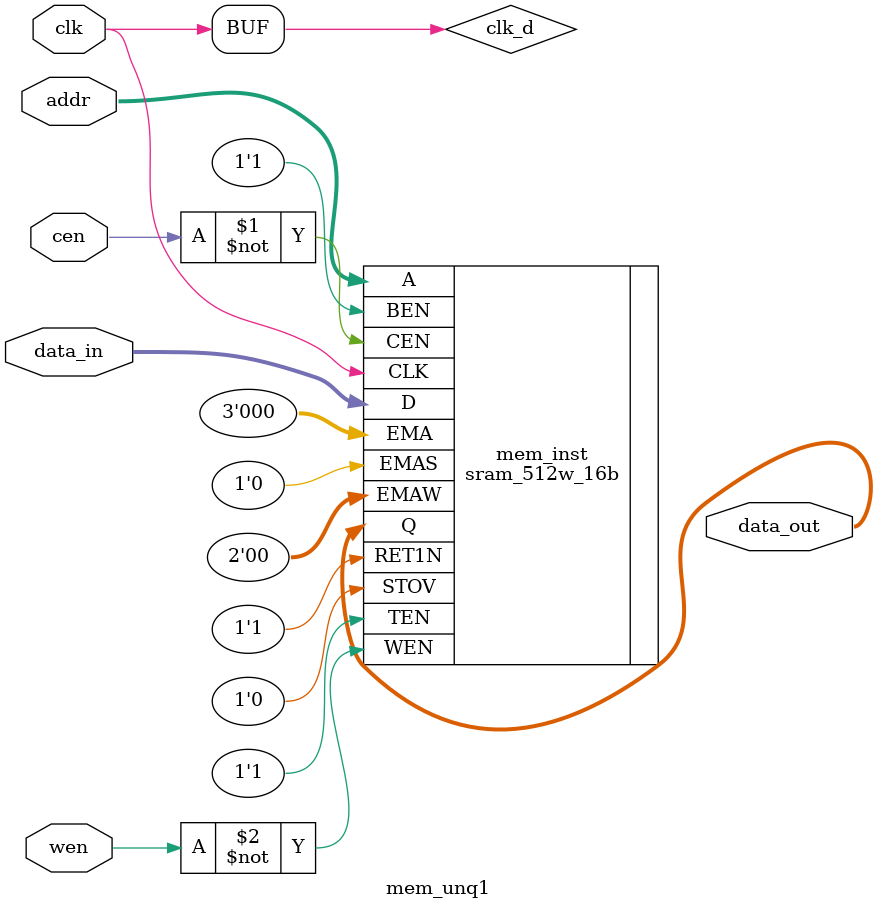
<source format=v>


module mem_unq1 (
data_out, data_in,clk,cen,wen,addr
);

output [15:0] data_out;
input [15:0] data_in;
input clk;
input cen;
input wen;
input [8:0] addr;

wire clk_d;

assign #0.1 clk_d = clk;

sram_512w_16b mem_inst(
.Q(data_out), 
.CLK(clk),
.CEN(~cen), 
.WEN(~wen), 
.A(addr), 
.D(data_in), 
.EMA(3'd0), 
.EMAW(2'd0), 
.EMAS(1'b0), 
.TEN(1'b1),
.BEN(1'b1),
.RET1N(1'b1),
.STOV(1'b0));

endmodule

</source>
